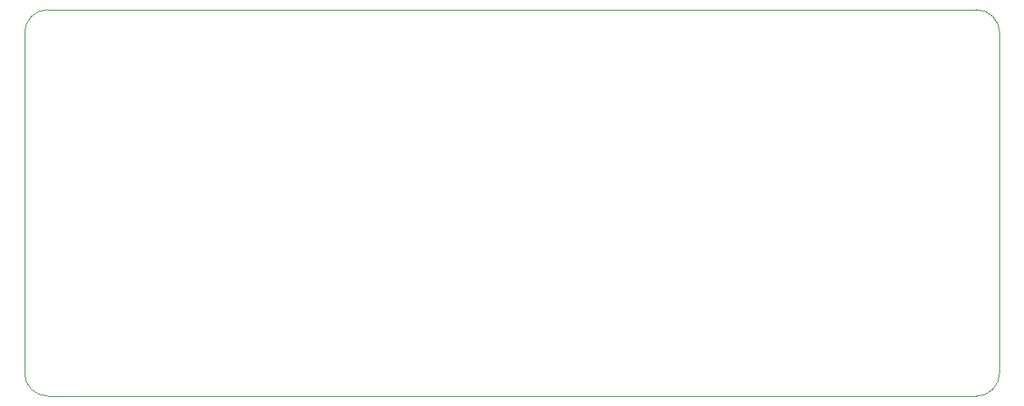
<source format=gm1>
G04 #@! TF.GenerationSoftware,KiCad,Pcbnew,(5.1.0-0)*
G04 #@! TF.CreationDate,2019-03-20T16:53:29-04:00*
G04 #@! TF.ProjectId,keeb2x4,6b656562-3278-4342-9e6b-696361645f70,rev?*
G04 #@! TF.SameCoordinates,Original*
G04 #@! TF.FileFunction,Profile,NP*
%FSLAX46Y46*%
G04 Gerber Fmt 4.6, Leading zero omitted, Abs format (unit mm)*
G04 Created by KiCad (PCBNEW (5.1.0-0)) date 2019-03-20 16:53:29*
%MOMM*%
%LPD*%
G04 APERTURE LIST*
%ADD10C,0.050000*%
G04 APERTURE END LIST*
D10*
X27979711Y-88701637D02*
X98226645Y-88701637D01*
X27979711Y-88701637D02*
G75*
G02X25598459Y-86320385I0J2381252D01*
G01*
X123825104Y-88701637D02*
X98226645Y-88701637D01*
X27979711Y-48815666D02*
X54768796Y-48815666D01*
X25598459Y-86320385D02*
X25598459Y-51196918D01*
X25598459Y-51196918D02*
G75*
G02X27979711Y-48815666I2381252J0D01*
G01*
X126206356Y-86320385D02*
G75*
G02X123825104Y-88701637I-2381252J0D01*
G01*
X126206356Y-64293804D02*
X126206356Y-86320385D01*
X123825104Y-48815666D02*
X119062600Y-48815666D01*
X126206356Y-53578170D02*
X126206356Y-51196918D01*
X123825104Y-48815666D02*
G75*
G02X126206356Y-51196918I0J-2381252D01*
G01*
X126206356Y-64293804D02*
X126206356Y-53578170D01*
X100012584Y-48815666D02*
X119062600Y-48815666D01*
X54768796Y-48815666D02*
X100012584Y-48815666D01*
M02*

</source>
